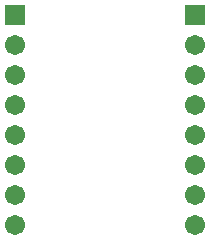
<source format=gbs>
G04 Layer_Color=16711935*
%FSLAX25Y25*%
%MOIN*%
G70*
G01*
G75*
%ADD21C,0.06706*%
%ADD22R,0.06706X0.06706*%
D21*
X10000Y10000D02*
D03*
Y20000D02*
D03*
Y30000D02*
D03*
Y40000D02*
D03*
Y50000D02*
D03*
Y60000D02*
D03*
Y70000D02*
D03*
X70000Y10000D02*
D03*
Y20000D02*
D03*
Y30000D02*
D03*
Y40000D02*
D03*
Y50000D02*
D03*
Y60000D02*
D03*
Y70000D02*
D03*
D22*
X10000Y80000D02*
D03*
X70000D02*
D03*
M02*

</source>
